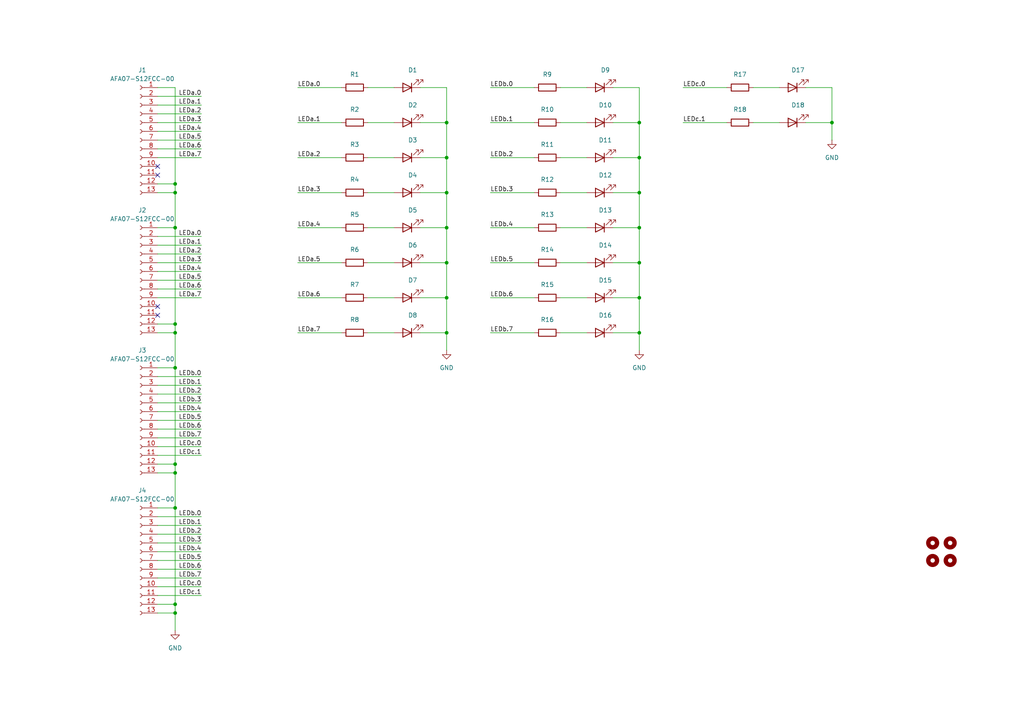
<source format=kicad_sch>
(kicad_sch (version 20231120) (generator "eeschema") (generator_version "8.0")
  (paper "A4")
  (title_block (title "${article} v${version}"))
  (lib_symbols
    (symbol "Device:R" (pin_numbers hide) (pin_names (offset 0))
      (property "Reference" "R" (at 2.032 0 90))
      (property "Value" "R" (at 0 0 90))
      (symbol "R_0_1"
        (rectangle (start -1.016 -2.54) (end 1.016 2.54) (stroke (width 0.254)))
      )
      (symbol "R_1_1"
        (pin passive line (at 0 3.81 270) (length 1.27) (name "~") (number "1"))
        (pin passive line (at 0 -3.81 90) (length 1.27) (name "~") (number "2"))
      )
    )
    (symbol "kicad_inventree_lib:AFA07-S12FCC-00" (pin_names (offset 1.016) hide)
      (property "Reference" "J" (at 0 12.7 0))
      (property "Value" "AFA07-S12FCC-00" (at 0 -27.94 0))
      (symbol "AFA07-S12FCC-00_1_1"
        (arc (start 0 -19.812) (mid -0.5058 -20.32) (end 0 -20.828) (stroke (width 0.1524)))
        (arc (start 0 -17.272) (mid -0.5058 -17.78) (end 0 -18.288) (stroke (width 0.1524)))
        (arc (start 0 -14.732) (mid -0.5058 -15.24) (end 0 -15.748) (stroke (width 0.1524)))
        (arc (start 0 -12.192) (mid -0.5058 -12.7) (end 0 -13.208) (stroke (width 0.1524)))
        (arc (start 0 -9.652) (mid -0.5058 -10.16) (end 0 -10.668) (stroke (width 0.1524)))
        (arc (start 0 -7.112) (mid -0.5058 -7.62) (end 0 -8.128) (stroke (width 0.1524)))
        (arc (start 0 -4.572) (mid -0.5058 -5.08) (end 0 -5.588) (stroke (width 0.1524)))
        (arc (start 0 -2.032) (mid -0.5058 -2.54) (end 0 -3.048) (stroke (width 0.1524)))
        (polyline (pts (xy -1.27 -20.32) (xy -0.508 -20.32)) (stroke (width 0.1524)))
        (polyline (pts (xy -1.27 -17.78) (xy -0.508 -17.78)) (stroke (width 0.1524)))
        (polyline (pts (xy -1.27 -15.24) (xy -0.508 -15.24)) (stroke (width 0.1524)))
        (polyline (pts (xy -1.27 -12.7) (xy -0.508 -12.7)) (stroke (width 0.1524)))
        (polyline (pts (xy -1.27 -10.16) (xy -0.508 -10.16)) (stroke (width 0.1524)))
        (polyline (pts (xy -1.27 -7.62) (xy -0.508 -7.62)) (stroke (width 0.1524)))
        (polyline (pts (xy -1.27 -5.08) (xy -0.508 -5.08)) (stroke (width 0.1524)))
        (polyline (pts (xy -1.27 -2.54) (xy -0.508 -2.54)) (stroke (width 0.1524)))
        (polyline (pts (xy -1.27 0) (xy -0.508 0)) (stroke (width 0.1524)))
        (polyline (pts (xy -1.27 2.54) (xy -0.508 2.54)) (stroke (width 0.1524)))
        (polyline (pts (xy -1.27 5.08) (xy -0.508 5.08)) (stroke (width 0.1524)))
        (polyline (pts (xy -1.27 7.62) (xy -0.508 7.62)) (stroke (width 0.1524)))
        (polyline (pts (xy -1.27 10.16) (xy -0.508 10.16)) (stroke (width 0.1524)))
        (arc (start 0 0.508) (mid -0.5058 0) (end 0 -0.508) (stroke (width 0.1524)))
        (arc (start 0 3.048) (mid -0.5058 2.54) (end 0 2.032) (stroke (width 0.1524)))
        (arc (start 0 5.588) (mid -0.5058 5.08) (end 0 4.572) (stroke (width 0.1524)))
        (arc (start 0 8.128) (mid -0.5058 7.62) (end 0 7.112) (stroke (width 0.1524)))
        (arc (start 0 10.668) (mid -0.5058 10.16) (end 0 9.652) (stroke (width 0.1524)))
        (pin passive line (at -5.08 10.16 0) (length 3.81) (name "Pin_1") (number "1"))
        (pin passive line (at -5.08 -12.7 0) (length 3.81) (name "Pin_10") (number "10"))
        (pin passive line (at -5.08 -15.24 0) (length 3.81) (name "Pin_11") (number "11"))
        (pin passive line (at -5.08 -17.78 0) (length 3.81) (name "Pin_11") (number "12"))
        (pin passive line (at -5.08 -20.32 0) (length 3.81) (name "Pin_11") (number "13"))
        (pin passive line (at -5.08 7.62 0) (length 3.81) (name "Pin_2") (number "2"))
        (pin passive line (at -5.08 5.08 0) (length 3.81) (name "Pin_3") (number "3"))
        (pin passive line (at -5.08 2.54 0) (length 3.81) (name "Pin_4") (number "4"))
        (pin passive line (at -5.08 0 0) (length 3.81) (name "Pin_5") (number "5"))
        (pin passive line (at -5.08 -2.54 0) (length 3.81) (name "Pin_6") (number "6"))
        (pin passive line (at -5.08 -5.08 0) (length 3.81) (name "Pin_7") (number "7"))
        (pin passive line (at -5.08 -7.62 0) (length 3.81) (name "Pin_8") (number "8"))
        (pin passive line (at -5.08 -10.16 0) (length 3.81) (name "Pin_9") (number "9"))
      )
    )
    (symbol "kicad_inventree_lib:MountingHole_M2" (pin_names (offset 1.016)) (exclude_from_sim yes) (in_bom no)
      (symbol "MountingHole_M2_0_1"
        (circle (center 0 0) (radius 1.27) (stroke (width 1.27)))
      )
    )
    (symbol "kicad_inventree_lib:XL-1606SYGC" (pin_numbers hide) (pin_names (offset 1.016) hide)
      (property "Reference" "D" (at 0 2.54 0))
      (property "Value" "XL-1606SYGC" (at 0 -3.81 0))
      (symbol "XL-1606SYGC_0_1"
        (polyline (pts (xy -1.27 -1.27) (xy -1.27 1.27)) (stroke (width 0.254)))
        (polyline (pts (xy -1.27 0) (xy 1.27 0)))
        (polyline (pts (xy 1.27 -1.27) (xy 1.27 1.27) (xy -1.27 0) (xy 1.27 -1.27)) (stroke (width 0.254)))
        (polyline (pts (xy -3.048 -0.762) (xy -4.572 -2.286) (xy -3.81 -2.286) (xy -4.572 -2.286) (xy -4.572 -1.524)))
        (polyline (pts (xy -1.778 -0.762) (xy -3.302 -2.286) (xy -2.54 -2.286) (xy -3.302 -2.286) (xy -3.302 -1.524)))
      )
      (symbol "XL-1606SYGC_1_1"
        (pin passive line (at -3.81 0 0) (length 2.54) (name "K") (number "1"))
        (pin passive line (at 3.81 0 180) (length 2.54) (name "A") (number "2"))
      )
    )
    (symbol "power:GND" (power) (pin_numbers hide) (pin_names (offset 0) hide)
      (property "Value" "GND" (at 0 -3.81 0))
      (symbol "GND_0_1"
        (polyline (pts (xy 0 0) (xy 0 -1.27) (xy 1.27 -1.27) (xy 0 -2.54) (xy -1.27 -1.27) (xy 0 -1.27)))
      )
      (symbol "GND_1_1"
        (pin power_in line (at 0 0 270) (length 0) (name "~") (number "1"))
      )
    )
  )
  (junction (at 50.8 134.62))
  (junction (at 241.3 35.56))
  (junction (at 185.42 96.52))
  (junction (at 50.8 66.04))
  (junction (at 50.8 175.26))
  (junction (at 185.42 76.2))
  (junction (at 50.8 147.32))
  (junction (at 129.54 66.04))
  (junction (at 185.42 55.88))
  (junction (at 50.8 96.52))
  (junction (at 185.42 66.04))
  (junction (at 185.42 35.56))
  (junction (at 50.8 106.68))
  (junction (at 129.54 96.52))
  (junction (at 50.8 93.98))
  (junction (at 129.54 76.2))
  (junction (at 50.8 177.8))
  (junction (at 185.42 45.72))
  (junction (at 129.54 55.88))
  (junction (at 129.54 86.36))
  (junction (at 129.54 35.56))
  (junction (at 50.8 53.34))
  (junction (at 185.42 86.36))
  (junction (at 50.8 55.88))
  (junction (at 50.8 137.16))
  (junction (at 129.54 45.72))
  (no_connect (at 45.72 88.9))
  (no_connect (at 45.72 50.8))
  (no_connect (at 45.72 91.44))
  (no_connect (at 45.72 48.26))
  (wire (pts (xy 99.06 25.4) (xy 86.36 25.4)))
  (wire (pts (xy 45.72 86.36) (xy 58.42 86.36)))
  (wire (pts (xy 45.72 78.74) (xy 58.42 78.74)))
  (wire (pts (xy 210.82 35.56) (xy 198.12 35.56)))
  (wire (pts (xy 185.42 55.88) (xy 185.42 66.04)))
  (wire (pts (xy 45.72 30.48) (xy 58.42 30.48)))
  (wire (pts (xy 210.82 25.4) (xy 198.12 25.4)))
  (wire (pts (xy 154.94 76.2) (xy 142.24 76.2)))
  (wire (pts (xy 114.3 35.56) (xy 106.68 35.56)))
  (wire (pts (xy 45.72 66.04) (xy 50.8 66.04)))
  (wire (pts (xy 185.42 55.88) (xy 177.8 55.88)))
  (wire (pts (xy 45.72 165.1) (xy 58.42 165.1)))
  (wire (pts (xy 99.06 45.72) (xy 86.36 45.72)))
  (wire (pts (xy 45.72 55.88) (xy 50.8 55.88)))
  (wire (pts (xy 170.18 35.56) (xy 162.56 35.56)))
  (wire (pts (xy 45.72 68.58) (xy 58.42 68.58)))
  (wire (pts (xy 129.54 45.72) (xy 129.54 55.88)))
  (wire (pts (xy 45.72 96.52) (xy 50.8 96.52)))
  (wire (pts (xy 45.72 129.54) (xy 58.42 129.54)))
  (wire (pts (xy 45.72 109.22) (xy 58.42 109.22)))
  (wire (pts (xy 50.8 53.34) (xy 50.8 55.88)))
  (wire (pts (xy 50.8 147.32) (xy 50.8 175.26)))
  (wire (pts (xy 170.18 25.4) (xy 162.56 25.4)))
  (wire (pts (xy 45.72 121.92) (xy 58.42 121.92)))
  (wire (pts (xy 185.42 66.04) (xy 177.8 66.04)))
  (wire (pts (xy 45.72 132.08) (xy 58.42 132.08)))
  (wire (pts (xy 45.72 27.94) (xy 58.42 27.94)))
  (wire (pts (xy 129.54 96.52) (xy 129.54 101.6)))
  (wire (pts (xy 45.72 175.26) (xy 50.8 175.26)))
  (wire (pts (xy 185.42 35.56) (xy 177.8 35.56)))
  (wire (pts (xy 114.3 55.88) (xy 106.68 55.88)))
  (wire (pts (xy 45.72 71.12) (xy 58.42 71.12)))
  (wire (pts (xy 154.94 55.88) (xy 142.24 55.88)))
  (wire (pts (xy 45.72 137.16) (xy 50.8 137.16)))
  (wire (pts (xy 45.72 35.56) (xy 58.42 35.56)))
  (wire (pts (xy 129.54 66.04) (xy 129.54 76.2)))
  (wire (pts (xy 114.3 66.04) (xy 106.68 66.04)))
  (wire (pts (xy 45.72 119.38) (xy 58.42 119.38)))
  (wire (pts (xy 114.3 76.2) (xy 106.68 76.2)))
  (wire (pts (xy 45.72 160.02) (xy 58.42 160.02)))
  (wire (pts (xy 170.18 55.88) (xy 162.56 55.88)))
  (wire (pts (xy 154.94 86.36) (xy 142.24 86.36)))
  (wire (pts (xy 45.72 177.8) (xy 50.8 177.8)))
  (wire (pts (xy 185.42 35.56) (xy 185.42 45.72)))
  (wire (pts (xy 50.8 175.26) (xy 50.8 177.8)))
  (wire (pts (xy 170.18 96.52) (xy 162.56 96.52)))
  (wire (pts (xy 241.3 35.56) (xy 233.68 35.56)))
  (wire (pts (xy 45.72 114.3) (xy 58.42 114.3)))
  (wire (pts (xy 45.72 45.72) (xy 58.42 45.72)))
  (wire (pts (xy 45.72 162.56) (xy 58.42 162.56)))
  (wire (pts (xy 50.8 55.88) (xy 50.8 66.04)))
  (wire (pts (xy 241.3 35.56) (xy 241.3 40.64)))
  (wire (pts (xy 154.94 35.56) (xy 142.24 35.56)))
  (wire (pts (xy 45.72 154.94) (xy 58.42 154.94)))
  (wire (pts (xy 129.54 55.88) (xy 129.54 66.04)))
  (wire (pts (xy 185.42 25.4) (xy 185.42 35.56)))
  (wire (pts (xy 45.72 116.84) (xy 58.42 116.84)))
  (wire (pts (xy 170.18 66.04) (xy 162.56 66.04)))
  (wire (pts (xy 50.8 134.62) (xy 50.8 137.16)))
  (wire (pts (xy 50.8 177.8) (xy 50.8 182.88)))
  (wire (pts (xy 114.3 96.52) (xy 106.68 96.52)))
  (wire (pts (xy 129.54 35.56) (xy 121.92 35.56)))
  (wire (pts (xy 45.72 76.2) (xy 58.42 76.2)))
  (wire (pts (xy 129.54 45.72) (xy 121.92 45.72)))
  (wire (pts (xy 50.8 93.98) (xy 50.8 96.52)))
  (wire (pts (xy 45.72 93.98) (xy 50.8 93.98)))
  (wire (pts (xy 45.72 111.76) (xy 58.42 111.76)))
  (wire (pts (xy 50.8 137.16) (xy 50.8 147.32)))
  (wire (pts (xy 185.42 76.2) (xy 185.42 86.36)))
  (wire (pts (xy 45.72 157.48) (xy 58.42 157.48)))
  (wire (pts (xy 185.42 86.36) (xy 177.8 86.36)))
  (wire (pts (xy 154.94 66.04) (xy 142.24 66.04)))
  (wire (pts (xy 114.3 25.4) (xy 106.68 25.4)))
  (wire (pts (xy 45.72 81.28) (xy 58.42 81.28)))
  (wire (pts (xy 45.72 43.18) (xy 58.42 43.18)))
  (wire (pts (xy 129.54 86.36) (xy 129.54 96.52)))
  (wire (pts (xy 114.3 45.72) (xy 106.68 45.72)))
  (wire (pts (xy 185.42 45.72) (xy 185.42 55.88)))
  (wire (pts (xy 45.72 83.82) (xy 58.42 83.82)))
  (wire (pts (xy 129.54 55.88) (xy 121.92 55.88)))
  (wire (pts (xy 185.42 66.04) (xy 185.42 76.2)))
  (wire (pts (xy 99.06 55.88) (xy 86.36 55.88)))
  (wire (pts (xy 99.06 66.04) (xy 86.36 66.04)))
  (wire (pts (xy 45.72 40.64) (xy 58.42 40.64)))
  (wire (pts (xy 45.72 124.46) (xy 58.42 124.46)))
  (wire (pts (xy 45.72 167.64) (xy 58.42 167.64)))
  (wire (pts (xy 45.72 127) (xy 58.42 127)))
  (wire (pts (xy 129.54 86.36) (xy 121.92 86.36)))
  (wire (pts (xy 45.72 152.4) (xy 58.42 152.4)))
  (wire (pts (xy 185.42 45.72) (xy 177.8 45.72)))
  (wire (pts (xy 185.42 96.52) (xy 177.8 96.52)))
  (wire (pts (xy 154.94 45.72) (xy 142.24 45.72)))
  (wire (pts (xy 45.72 33.02) (xy 58.42 33.02)))
  (wire (pts (xy 114.3 86.36) (xy 106.68 86.36)))
  (wire (pts (xy 170.18 45.72) (xy 162.56 45.72)))
  (wire (pts (xy 129.54 25.4) (xy 121.92 25.4)))
  (wire (pts (xy 50.8 25.4) (xy 50.8 53.34)))
  (wire (pts (xy 185.42 96.52) (xy 185.42 101.6)))
  (wire (pts (xy 45.72 73.66) (xy 58.42 73.66)))
  (wire (pts (xy 45.72 53.34) (xy 50.8 53.34)))
  (wire (pts (xy 129.54 96.52) (xy 121.92 96.52)))
  (wire (pts (xy 129.54 66.04) (xy 121.92 66.04)))
  (wire (pts (xy 129.54 35.56) (xy 129.54 45.72)))
  (wire (pts (xy 154.94 25.4) (xy 142.24 25.4)))
  (wire (pts (xy 50.8 96.52) (xy 50.8 106.68)))
  (wire (pts (xy 129.54 25.4) (xy 129.54 35.56)))
  (wire (pts (xy 45.72 172.72) (xy 58.42 172.72)))
  (wire (pts (xy 45.72 170.18) (xy 58.42 170.18)))
  (wire (pts (xy 129.54 76.2) (xy 121.92 76.2)))
  (wire (pts (xy 185.42 76.2) (xy 177.8 76.2)))
  (wire (pts (xy 50.8 106.68) (xy 50.8 134.62)))
  (wire (pts (xy 185.42 86.36) (xy 185.42 96.52)))
  (wire (pts (xy 45.72 147.32) (xy 50.8 147.32)))
  (wire (pts (xy 45.72 106.68) (xy 50.8 106.68)))
  (wire (pts (xy 226.06 35.56) (xy 218.44 35.56)))
  (wire (pts (xy 99.06 86.36) (xy 86.36 86.36)))
  (wire (pts (xy 45.72 38.1) (xy 58.42 38.1)))
  (wire (pts (xy 170.18 76.2) (xy 162.56 76.2)))
  (wire (pts (xy 170.18 86.36) (xy 162.56 86.36)))
  (wire (pts (xy 129.54 76.2) (xy 129.54 86.36)))
  (wire (pts (xy 154.94 96.52) (xy 142.24 96.52)))
  (wire (pts (xy 45.72 25.4) (xy 50.8 25.4)))
  (wire (pts (xy 99.06 96.52) (xy 86.36 96.52)))
  (wire (pts (xy 241.3 25.4) (xy 241.3 35.56)))
  (wire (pts (xy 45.72 134.62) (xy 50.8 134.62)))
  (wire (pts (xy 99.06 35.56) (xy 86.36 35.56)))
  (wire (pts (xy 99.06 76.2) (xy 86.36 76.2)))
  (wire (pts (xy 45.72 149.86) (xy 58.42 149.86)))
  (wire (pts (xy 185.42 25.4) (xy 177.8 25.4)))
  (wire (pts (xy 226.06 25.4) (xy 218.44 25.4)))
  (wire (pts (xy 50.8 66.04) (xy 50.8 93.98)))
  (wire (pts (xy 241.3 25.4) (xy 233.68 25.4)))
  (label "LEDb.3" (at 58.42 157.48 180))
  (label "LEDa.4" (at 86.36 66.04 0))
  (label "LEDa.3" (at 86.36 55.88 0))
  (label "LEDb.5" (at 58.42 121.92 180))
  (label "LEDa.5" (at 86.36 76.2 0))
  (label "LEDa.5" (at 58.42 81.28 180))
  (label "LEDa.6" (at 58.42 43.18 180))
  (label "LEDb.5" (at 142.24 76.2 0))
  (label "LEDa.3" (at 58.42 76.2 180))
  (label "LEDa.6" (at 58.42 83.82 180))
  (label "LEDb.7" (at 58.42 167.64 180))
  (label "LEDc.1" (at 58.42 172.72 180))
  (label "LEDb.4" (at 142.24 66.04 0))
  (label "LEDb.1" (at 58.42 152.4 180))
  (label "LEDc.1" (at 198.12 35.56 0))
  (label "LEDa.7" (at 86.36 96.52 0))
  (label "LEDa.1" (at 58.42 30.48 180))
  (label "LEDb.1" (at 142.24 35.56 0))
  (label "LEDa.1" (at 86.36 35.56 0))
  (label "LEDc.0" (at 198.12 25.4 0))
  (label "LEDa.5" (at 58.42 40.64 180))
  (label "LEDc.1" (at 58.42 132.08 180))
  (label "LEDa.1" (at 58.42 71.12 180))
  (label "LEDa.2" (at 58.42 33.02 180))
  (label "LEDa.4" (at 58.42 78.74 180))
  (label "LEDb.7" (at 58.42 127 180))
  (label "LEDb.4" (at 58.42 160.02 180))
  (label "LEDc.0" (at 58.42 129.54 180))
  (label "LEDb.3" (at 58.42 116.84 180))
  (label "LEDb.1" (at 58.42 111.76 180))
  (label "LEDa.0" (at 58.42 27.94 180))
  (label "LEDb.5" (at 58.42 162.56 180))
  (label "LEDb.6" (at 142.24 86.36 0))
  (label "LEDb.3" (at 142.24 55.88 0))
  (label "LEDb.4" (at 58.42 119.38 180))
  (label "LEDb.2" (at 58.42 114.3 180))
  (label "LEDb.0" (at 142.24 25.4 0))
  (label "LEDb.7" (at 142.24 96.52 0))
  (label "LEDa.4" (at 58.42 38.1 180))
  (label "LEDa.6" (at 86.36 86.36 0))
  (label "LEDb.2" (at 142.24 45.72 0))
  (label "LEDa.0" (at 86.36 25.4 0))
  (label "LEDc.0" (at 58.42 170.18 180))
  (label "LEDb.0" (at 58.42 109.22 180))
  (label "LEDb.0" (at 58.42 149.86 180))
  (label "LEDb.6" (at 58.42 165.1 180))
  (label "LEDa.7" (at 58.42 86.36 180))
  (label "LEDa.0" (at 58.42 68.58 180))
  (label "LEDb.2" (at 58.42 154.94 180))
  (label "LEDa.3" (at 58.42 35.56 180))
  (label "LEDa.7" (at 58.42 45.72 180))
  (label "LEDa.2" (at 58.42 73.66 180))
  (label "LEDa.2" (at 86.36 45.72 0))
  (label "LEDb.6" (at 58.42 124.46 180))
  (symbol (lib_id "kicad_inventree_lib:XL-1606SYGC") (at 173.99 35.56 180) (unit 1) (in_bom no)
    (property "Reference" "D10" (at 175.5775 30.48 0))
    (property "Value" "XL-1606SYGC" (effects (hide yes)))
    (property "Footprint" "kicad_inventree_lib:XL-1606" (effects (hide yes)))
    (property "Datasheet" "http://inventree.network/part/278/" (effects (hide yes)))
    (property "Description" "LED 0602 general green" (effects (hide yes)))
    (property "part_ipn" "XL-1606SYGC" (effects (hide yes)))
  )
  (symbol (lib_id "kicad_inventree_lib:XL-1606SYGC") (at 118.11 86.36 180) (unit 1) (in_bom no)
    (property "Reference" "D7" (at 119.6975 81.28 0))
    (property "Value" "XL-1606SYGC" (effects (hide yes)))
    (property "Footprint" "kicad_inventree_lib:XL-1606" (effects (hide yes)))
    (property "Datasheet" "http://inventree.network/part/278/" (effects (hide yes)))
    (property "Description" "LED 0602 general green" (effects (hide yes)))
    (property "part_ipn" "XL-1606SYGC" (effects (hide yes)))
  )
  (symbol (lib_id "kicad_inventree_lib:AFA07-S12FCC-00") (at 40.64 157.48 0) (mirror y) (unit 1) (in_bom no)
    (property "Reference" "J4" (at 41.275 142.24 0))
    (property "Value" "AFA07-S12FCC-00" (at 41.275 144.78 0))
    (property "Footprint" "kicad_inventree_lib:CONN10_AFA07-S12_JUS" (effects (hide yes)))
    (property "Description" "Generic connector, single row, 01x10, script generated" (effects (hide yes)))
    (property "part_ipn" "AFA07-S12FCC-00" (effects (hide yes)))
  )
  (symbol (lib_id "kicad_inventree_lib:XL-1606SYGC") (at 173.99 25.4 180) (unit 1) (in_bom no)
    (property "Reference" "D9" (at 175.5775 20.32 0))
    (property "Value" "XL-1606SYGC" (effects (hide yes)))
    (property "Footprint" "kicad_inventree_lib:XL-1606" (effects (hide yes)))
    (property "Datasheet" "http://inventree.network/part/278/" (effects (hide yes)))
    (property "Description" "LED 0602 general green" (effects (hide yes)))
    (property "part_ipn" "XL-1606SYGC" (effects (hide yes)))
  )
  (symbol (lib_id "kicad_inventree_lib:XL-1606SYGC") (at 173.99 55.88 180) (unit 1) (in_bom no)
    (property "Reference" "D12" (at 175.5775 50.8 0))
    (property "Value" "XL-1606SYGC" (effects (hide yes)))
    (property "Footprint" "kicad_inventree_lib:XL-1606" (effects (hide yes)))
    (property "Datasheet" "http://inventree.network/part/278/" (effects (hide yes)))
    (property "Description" "LED 0602 general green" (effects (hide yes)))
    (property "part_ipn" "XL-1606SYGC" (effects (hide yes)))
  )
  (symbol (lib_id "power:GND") (at 50.8 182.88 0) (mirror y) (unit 1)
    (property "Reference" "#PWR01" (effects (hide yes)))
    (property "Value" "GND" (at 50.8 187.96 0))
    (property "Description" "Power symbol creates a global label with name \"GND\" , ground" (effects (hide yes)))
  )
  (symbol (lib_id "kicad_inventree_lib:XL-1606SYGC") (at 173.99 96.52 180) (unit 1) (in_bom no)
    (property "Reference" "D16" (at 175.5775 91.44 0))
    (property "Value" "XL-1606SYGC" (effects (hide yes)))
    (property "Footprint" "kicad_inventree_lib:XL-1606" (effects (hide yes)))
    (property "Datasheet" "http://inventree.network/part/278/" (effects (hide yes)))
    (property "Description" "LED 0602 general green" (effects (hide yes)))
    (property "part_ipn" "XL-1606SYGC" (effects (hide yes)))
  )
  (symbol (lib_id "kicad_inventree_lib:XL-1606SYGC") (at 173.99 86.36 180) (unit 1) (in_bom no)
    (property "Reference" "D15" (at 175.5775 81.28 0))
    (property "Value" "XL-1606SYGC" (effects (hide yes)))
    (property "Footprint" "kicad_inventree_lib:XL-1606" (effects (hide yes)))
    (property "Datasheet" "http://inventree.network/part/278/" (effects (hide yes)))
    (property "Description" "LED 0602 general green" (effects (hide yes)))
    (property "part_ipn" "XL-1606SYGC" (effects (hide yes)))
  )
  (symbol (lib_id "kicad_inventree_lib:MountingHole_M2") (at 270.51 162.56 0) (unit 1) (exclude_from_sim yes) (in_bom no)
    (property "Reference" "H2" (effects (hide yes)))
    (property "Value" "MountingHole_M2" (effects (hide yes)))
    (property "Footprint" "kicad_inventree_lib:MountingHole_M2" (effects (hide yes)))
    (property "Description" "Mounting Hole without connection" (effects (hide yes)))
  )
  (symbol (lib_id "kicad_inventree_lib:XL-1606SYGC") (at 118.11 45.72 180) (unit 1) (in_bom no)
    (property "Reference" "D3" (at 119.6975 40.64 0))
    (property "Value" "XL-1606SYGC" (effects (hide yes)))
    (property "Footprint" "kicad_inventree_lib:XL-1606" (effects (hide yes)))
    (property "Datasheet" "http://inventree.network/part/278/" (effects (hide yes)))
    (property "Description" "LED 0602 general green" (effects (hide yes)))
    (property "part_ipn" "XL-1606SYGC" (effects (hide yes)))
  )
  (symbol (lib_id "kicad_inventree_lib:XL-1606SYGC") (at 118.11 55.88 180) (unit 1) (in_bom no)
    (property "Reference" "D4" (at 119.6975 50.8 0))
    (property "Value" "XL-1606SYGC" (effects (hide yes)))
    (property "Footprint" "kicad_inventree_lib:XL-1606" (effects (hide yes)))
    (property "Datasheet" "http://inventree.network/part/278/" (effects (hide yes)))
    (property "Description" "LED 0602 general green" (effects (hide yes)))
    (property "part_ipn" "XL-1606SYGC" (effects (hide yes)))
  )
  (symbol (lib_id "kicad_inventree_lib:XL-1606SYGC") (at 118.11 96.52 180) (unit 1) (in_bom no)
    (property "Reference" "D8" (at 119.6975 91.44 0))
    (property "Value" "XL-1606SYGC" (effects (hide yes)))
    (property "Footprint" "kicad_inventree_lib:XL-1606" (effects (hide yes)))
    (property "Datasheet" "http://inventree.network/part/278/" (effects (hide yes)))
    (property "Description" "LED 0602 general green" (effects (hide yes)))
    (property "part_ipn" "XL-1606SYGC" (effects (hide yes)))
  )
  (symbol (lib_id "Device:R") (at 102.87 76.2 90) (unit 1) (in_bom no)
    (property "Reference" "R6" (at 102.87 72.39 90))
    (property "Value" "R" (effects (hide yes)))
    (property "Footprint" "Resistor_SMD:R_0603_1608Metric" (effects (hide yes)))
    (property "Description" "Resistor" (effects (hide yes)))
  )
  (symbol (lib_id "Device:R") (at 214.63 35.56 90) (unit 1) (in_bom no)
    (property "Reference" "R18" (at 214.63 31.75 90))
    (property "Value" "R" (effects (hide yes)))
    (property "Footprint" "Resistor_SMD:R_0603_1608Metric" (effects (hide yes)))
    (property "Description" "Resistor" (effects (hide yes)))
  )
  (symbol (lib_id "kicad_inventree_lib:XL-1606SYGC") (at 229.87 25.4 180) (unit 1) (in_bom no)
    (property "Reference" "D17" (at 231.4575 20.32 0))
    (property "Value" "XL-1606SYGC" (effects (hide yes)))
    (property "Footprint" "kicad_inventree_lib:XL-1606" (effects (hide yes)))
    (property "Datasheet" "http://inventree.network/part/278/" (effects (hide yes)))
    (property "Description" "LED 0602 general green" (effects (hide yes)))
    (property "part_ipn" "XL-1606SYGC" (effects (hide yes)))
  )
  (symbol (lib_id "kicad_inventree_lib:XL-1606SYGC") (at 173.99 66.04 180) (unit 1) (in_bom no)
    (property "Reference" "D13" (at 175.5775 60.96 0))
    (property "Value" "XL-1606SYGC" (effects (hide yes)))
    (property "Footprint" "kicad_inventree_lib:XL-1606" (effects (hide yes)))
    (property "Datasheet" "http://inventree.network/part/278/" (effects (hide yes)))
    (property "Description" "LED 0602 general green" (effects (hide yes)))
    (property "part_ipn" "XL-1606SYGC" (effects (hide yes)))
  )
  (symbol (lib_id "Device:R") (at 102.87 35.56 90) (unit 1) (in_bom no)
    (property "Reference" "R2" (at 102.87 31.75 90))
    (property "Value" "R" (effects (hide yes)))
    (property "Footprint" "Resistor_SMD:R_0603_1608Metric" (effects (hide yes)))
    (property "Description" "Resistor" (effects (hide yes)))
  )
  (symbol (lib_id "power:GND") (at 241.3 40.64 0) (mirror y) (unit 1)
    (property "Reference" "#PWR04" (effects (hide yes)))
    (property "Value" "GND" (at 241.3 45.72 0))
    (property "Description" "Power symbol creates a global label with name \"GND\" , ground" (effects (hide yes)))
  )
  (symbol (lib_id "Device:R") (at 158.75 76.2 90) (unit 1) (in_bom no)
    (property "Reference" "R14" (at 158.75 72.39 90))
    (property "Value" "R" (effects (hide yes)))
    (property "Footprint" "Resistor_SMD:R_0603_1608Metric" (effects (hide yes)))
    (property "Description" "Resistor" (effects (hide yes)))
  )
  (symbol (lib_id "kicad_inventree_lib:XL-1606SYGC") (at 229.87 35.56 180) (unit 1) (in_bom no)
    (property "Reference" "D18" (at 231.4575 30.48 0))
    (property "Value" "XL-1606SYGC" (effects (hide yes)))
    (property "Footprint" "kicad_inventree_lib:XL-1606" (effects (hide yes)))
    (property "Datasheet" "http://inventree.network/part/278/" (effects (hide yes)))
    (property "Description" "LED 0602 general green" (effects (hide yes)))
    (property "part_ipn" "XL-1606SYGC" (effects (hide yes)))
  )
  (symbol (lib_id "kicad_inventree_lib:AFA07-S12FCC-00") (at 40.64 76.2 0) (mirror y) (unit 1) (in_bom no)
    (property "Reference" "J2" (at 41.275 60.96 0))
    (property "Value" "AFA07-S12FCC-00" (at 41.275 63.5 0))
    (property "Footprint" "kicad_inventree_lib:CONN10_AFA07-S12_JUS" (effects (hide yes)))
    (property "Description" "Generic connector, single row, 01x10, script generated" (effects (hide yes)))
    (property "part_ipn" "AFA07-S12FCC-00" (effects (hide yes)))
  )
  (symbol (lib_id "Device:R") (at 102.87 86.36 90) (unit 1) (in_bom no)
    (property "Reference" "R7" (at 102.87 82.55 90))
    (property "Value" "R" (effects (hide yes)))
    (property "Footprint" "Resistor_SMD:R_0603_1608Metric" (effects (hide yes)))
    (property "Description" "Resistor" (effects (hide yes)))
  )
  (symbol (lib_id "kicad_inventree_lib:XL-1606SYGC") (at 173.99 45.72 180) (unit 1) (in_bom no)
    (property "Reference" "D11" (at 175.5775 40.64 0))
    (property "Value" "XL-1606SYGC" (effects (hide yes)))
    (property "Footprint" "kicad_inventree_lib:XL-1606" (effects (hide yes)))
    (property "Datasheet" "http://inventree.network/part/278/" (effects (hide yes)))
    (property "Description" "LED 0602 general green" (effects (hide yes)))
    (property "part_ipn" "XL-1606SYGC" (effects (hide yes)))
  )
  (symbol (lib_id "Device:R") (at 102.87 55.88 90) (unit 1) (in_bom no)
    (property "Reference" "R4" (at 102.87 52.07 90))
    (property "Value" "R" (effects (hide yes)))
    (property "Footprint" "Resistor_SMD:R_0603_1608Metric" (effects (hide yes)))
    (property "Description" "Resistor" (effects (hide yes)))
  )
  (symbol (lib_id "Device:R") (at 158.75 96.52 90) (unit 1) (in_bom no)
    (property "Reference" "R16" (at 158.75 92.71 90))
    (property "Value" "R" (effects (hide yes)))
    (property "Footprint" "Resistor_SMD:R_0603_1608Metric" (effects (hide yes)))
    (property "Description" "Resistor" (effects (hide yes)))
  )
  (symbol (lib_id "Device:R") (at 102.87 45.72 90) (unit 1) (in_bom no)
    (property "Reference" "R3" (at 102.87 41.91 90))
    (property "Value" "R" (effects (hide yes)))
    (property "Footprint" "Resistor_SMD:R_0603_1608Metric" (effects (hide yes)))
    (property "Description" "Resistor" (effects (hide yes)))
  )
  (symbol (lib_id "Device:R") (at 102.87 66.04 90) (unit 1) (in_bom no)
    (property "Reference" "R5" (at 102.87 62.23 90))
    (property "Value" "R" (effects (hide yes)))
    (property "Footprint" "Resistor_SMD:R_0603_1608Metric" (effects (hide yes)))
    (property "Description" "Resistor" (effects (hide yes)))
  )
  (symbol (lib_id "Device:R") (at 158.75 25.4 90) (unit 1) (in_bom no)
    (property "Reference" "R9" (at 158.75 21.59 90))
    (property "Value" "R" (effects (hide yes)))
    (property "Footprint" "Resistor_SMD:R_0603_1608Metric" (effects (hide yes)))
    (property "Description" "Resistor" (effects (hide yes)))
  )
  (symbol (lib_id "Device:R") (at 158.75 35.56 90) (unit 1) (in_bom no)
    (property "Reference" "R10" (at 158.75 31.75 90))
    (property "Value" "R" (effects (hide yes)))
    (property "Footprint" "Resistor_SMD:R_0603_1608Metric" (effects (hide yes)))
    (property "Description" "Resistor" (effects (hide yes)))
  )
  (symbol (lib_id "kicad_inventree_lib:MountingHole_M2") (at 275.59 162.56 0) (unit 1) (exclude_from_sim yes) (in_bom no)
    (property "Reference" "H4" (effects (hide yes)))
    (property "Value" "MountingHole_M2" (effects (hide yes)))
    (property "Footprint" "kicad_inventree_lib:MountingHole_M2" (effects (hide yes)))
    (property "Description" "Mounting Hole without connection" (effects (hide yes)))
  )
  (symbol (lib_id "Device:R") (at 102.87 96.52 90) (unit 1) (in_bom no)
    (property "Reference" "R8" (at 102.87 92.71 90))
    (property "Value" "R" (effects (hide yes)))
    (property "Footprint" "Resistor_SMD:R_0603_1608Metric" (effects (hide yes)))
    (property "Description" "Resistor" (effects (hide yes)))
  )
  (symbol (lib_id "kicad_inventree_lib:XL-1606SYGC") (at 118.11 66.04 180) (unit 1) (in_bom no)
    (property "Reference" "D5" (at 119.6975 60.96 0))
    (property "Value" "XL-1606SYGC" (effects (hide yes)))
    (property "Footprint" "kicad_inventree_lib:XL-1606" (effects (hide yes)))
    (property "Datasheet" "http://inventree.network/part/278/" (effects (hide yes)))
    (property "Description" "LED 0602 general green" (effects (hide yes)))
    (property "part_ipn" "XL-1606SYGC" (effects (hide yes)))
  )
  (symbol (lib_id "kicad_inventree_lib:AFA07-S12FCC-00") (at 40.64 116.84 0) (mirror y) (unit 1)
    (property "Reference" "J3" (at 41.275 101.6 0))
    (property "Value" "AFA07-S12FCC-00" (at 41.275 104.14 0))
    (property "Footprint" "kicad_inventree_lib:CONN10_AFA07-S12_JUS" (effects (hide yes)))
    (property "Description" "Generic connector, single row, 01x10, script generated" (effects (hide yes)))
    (property "part_ipn" "AFA07-S12FCC-00" (effects (hide yes)))
  )
  (symbol (lib_id "kicad_inventree_lib:XL-1606SYGC") (at 118.11 35.56 180) (unit 1) (in_bom no)
    (property "Reference" "D2" (at 119.6975 30.48 0))
    (property "Value" "XL-1606SYGC" (effects (hide yes)))
    (property "Footprint" "kicad_inventree_lib:XL-1606" (effects (hide yes)))
    (property "Datasheet" "http://inventree.network/part/278/" (effects (hide yes)))
    (property "Description" "LED 0602 general green" (effects (hide yes)))
    (property "part_ipn" "XL-1606SYGC" (effects (hide yes)))
  )
  (symbol (lib_id "power:GND") (at 185.42 101.6 0) (mirror y) (unit 1)
    (property "Reference" "#PWR03" (effects (hide yes)))
    (property "Value" "GND" (at 185.42 106.68 0))
    (property "Description" "Power symbol creates a global label with name \"GND\" , ground" (effects (hide yes)))
  )
  (symbol (lib_id "kicad_inventree_lib:XL-1606SYGC") (at 118.11 76.2 180) (unit 1) (in_bom no)
    (property "Reference" "D6" (at 119.6975 71.12 0))
    (property "Value" "XL-1606SYGC" (effects (hide yes)))
    (property "Footprint" "kicad_inventree_lib:XL-1606" (effects (hide yes)))
    (property "Datasheet" "http://inventree.network/part/278/" (effects (hide yes)))
    (property "Description" "LED 0602 general green" (effects (hide yes)))
    (property "part_ipn" "XL-1606SYGC" (effects (hide yes)))
  )
  (symbol (lib_id "Device:R") (at 158.75 66.04 90) (unit 1) (in_bom no)
    (property "Reference" "R13" (at 158.75 62.23 90))
    (property "Value" "R" (effects (hide yes)))
    (property "Footprint" "Resistor_SMD:R_0603_1608Metric" (effects (hide yes)))
    (property "Description" "Resistor" (effects (hide yes)))
  )
  (symbol (lib_id "Device:R") (at 214.63 25.4 90) (unit 1) (in_bom no)
    (property "Reference" "R17" (at 214.63 21.59 90))
    (property "Value" "R" (effects (hide yes)))
    (property "Footprint" "Resistor_SMD:R_0603_1608Metric" (effects (hide yes)))
    (property "Description" "Resistor" (effects (hide yes)))
  )
  (symbol (lib_id "Device:R") (at 102.87 25.4 90) (unit 1) (in_bom no)
    (property "Reference" "R1" (at 102.87 21.59 90))
    (property "Value" "R" (effects (hide yes)))
    (property "Footprint" "Resistor_SMD:R_0603_1608Metric" (effects (hide yes)))
    (property "Description" "Resistor" (effects (hide yes)))
  )
  (symbol (lib_id "Device:R") (at 158.75 86.36 90) (unit 1) (in_bom no)
    (property "Reference" "R15" (at 158.75 82.55 90))
    (property "Value" "R" (effects (hide yes)))
    (property "Footprint" "Resistor_SMD:R_0603_1608Metric" (effects (hide yes)))
    (property "Description" "Resistor" (effects (hide yes)))
  )
  (symbol (lib_id "kicad_inventree_lib:XL-1606SYGC") (at 173.99 76.2 180) (unit 1) (in_bom no)
    (property "Reference" "D14" (at 175.5775 71.12 0))
    (property "Value" "XL-1606SYGC" (effects (hide yes)))
    (property "Footprint" "kicad_inventree_lib:XL-1606" (effects (hide yes)))
    (property "Datasheet" "http://inventree.network/part/278/" (effects (hide yes)))
    (property "Description" "LED 0602 general green" (effects (hide yes)))
    (property "part_ipn" "XL-1606SYGC" (effects (hide yes)))
  )
  (symbol (lib_id "kicad_inventree_lib:MountingHole_M2") (at 270.51 157.48 0) (unit 1) (exclude_from_sim yes) (in_bom no)
    (property "Reference" "H1" (effects (hide yes)))
    (property "Value" "MountingHole_M2" (effects (hide yes)))
    (property "Footprint" "kicad_inventree_lib:MountingHole_M2" (effects (hide yes)))
    (property "Description" "Mounting Hole without connection" (effects (hide yes)))
  )
  (symbol (lib_id "kicad_inventree_lib:XL-1606SYGC") (at 118.11 25.4 180) (unit 1) (in_bom no)
    (property "Reference" "D1" (at 119.6975 20.32 0))
    (property "Value" "XL-1606SYGC" (effects (hide yes)))
    (property "Footprint" "kicad_inventree_lib:XL-1606" (effects (hide yes)))
    (property "Datasheet" "http://inventree.network/part/278/" (effects (hide yes)))
    (property "Description" "LED 0602 general green" (effects (hide yes)))
    (property "part_ipn" "XL-1606SYGC" (effects (hide yes)))
  )
  (symbol (lib_id "Device:R") (at 158.75 45.72 90) (unit 1) (in_bom no)
    (property "Reference" "R11" (at 158.75 41.91 90))
    (property "Value" "R" (effects (hide yes)))
    (property "Footprint" "Resistor_SMD:R_0603_1608Metric" (effects (hide yes)))
    (property "Description" "Resistor" (effects (hide yes)))
  )
  (symbol (lib_id "kicad_inventree_lib:MountingHole_M2") (at 275.59 157.48 0) (unit 1) (exclude_from_sim yes) (in_bom no)
    (property "Reference" "H3" (effects (hide yes)))
    (property "Value" "MountingHole_M2" (effects (hide yes)))
    (property "Footprint" "kicad_inventree_lib:MountingHole_M2" (effects (hide yes)))
    (property "Description" "Mounting Hole without connection" (effects (hide yes)))
  )
  (symbol (lib_id "power:GND") (at 129.54 101.6 0) (mirror y) (unit 1)
    (property "Reference" "#PWR02" (effects (hide yes)))
    (property "Value" "GND" (at 129.54 106.68 0))
    (property "Description" "Power symbol creates a global label with name \"GND\" , ground" (effects (hide yes)))
  )
  (symbol (lib_id "kicad_inventree_lib:AFA07-S12FCC-00") (at 40.64 35.56 0) (mirror y) (unit 1)
    (property "Reference" "J1" (at 41.275 20.32 0))
    (property "Value" "AFA07-S12FCC-00" (at 41.275 22.86 0))
    (property "Footprint" "kicad_inventree_lib:CONN10_AFA07-S12_JUS" (effects (hide yes)))
    (property "Description" "Generic connector, single row, 01x10, script generated" (effects (hide yes)))
    (property "part_ipn" "AFA07-S12FCC-00" (effects (hide yes)))
  )
  (symbol (lib_id "Device:R") (at 158.75 55.88 90) (unit 1) (in_bom no)
    (property "Reference" "R12" (at 158.75 52.07 90))
    (property "Value" "R" (effects (hide yes)))
    (property "Footprint" "Resistor_SMD:R_0603_1608Metric" (effects (hide yes)))
    (property "Description" "Resistor" (effects (hide yes)))
  )
)
</source>
